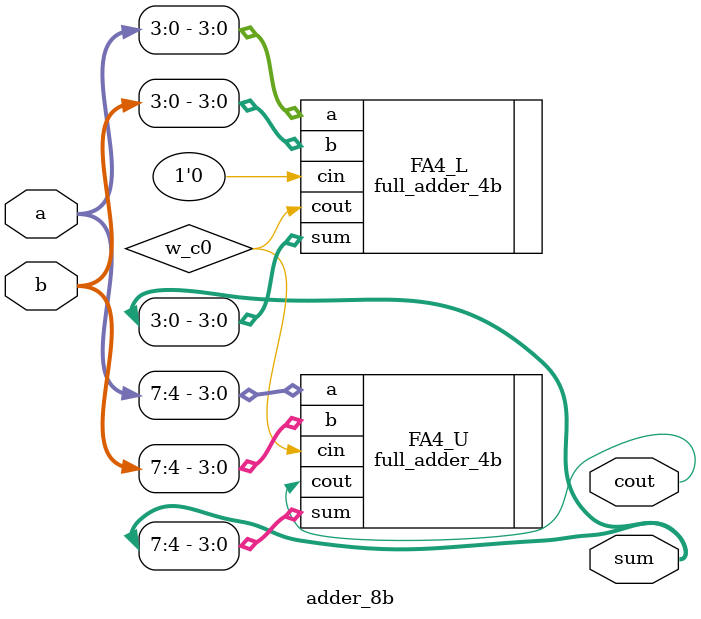
<source format=v>
`timescale 1ns / 1ps


module adder_8b (
    input [7:0] a,
    input [7:0] b,
    //input       cin,

    output       cout,
    output [7:0] sum
);

    wire w_c0;

    full_adder_4b FA4_L (
        .a(a[3:0]),
        .b(b[3:0]),
        .cin(1'b0),
        .cout(w_c0),
        .sum(sum[3:0])
    );

    full_adder_4b FA4_U (
        .a(a[7:4]),
        .b(b[7:4]),
        .cin(w_c0),
        .cout(cout),
        .sum(sum[7:4])
    );
endmodule

</source>
